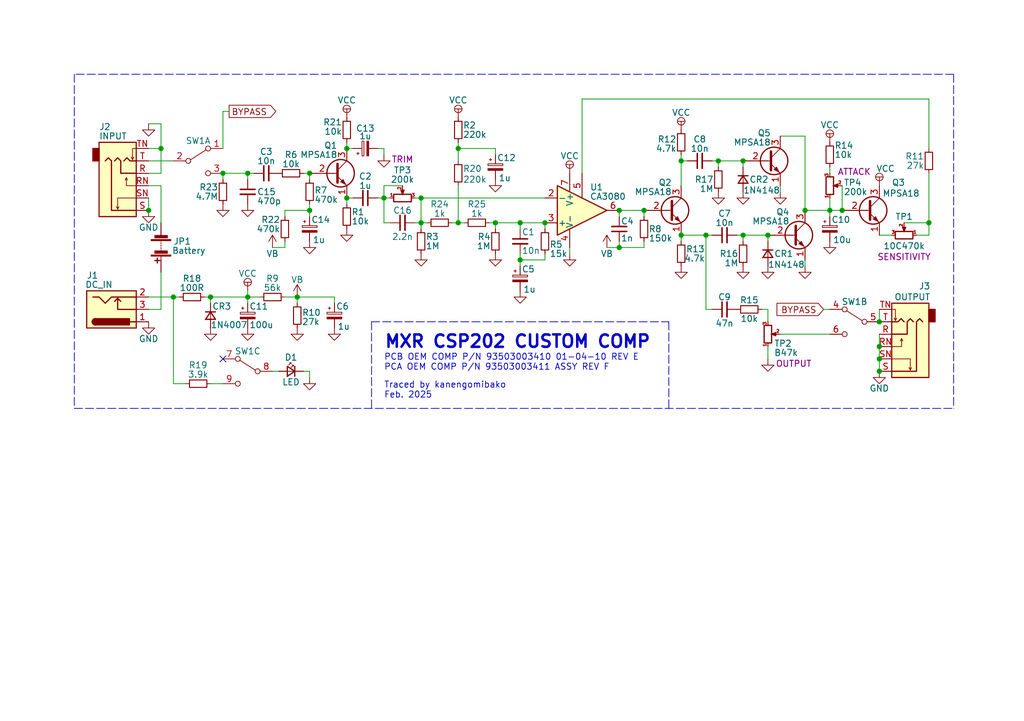
<source format=kicad_sch>
(kicad_sch (version 20241209) (generator "eeschema") (generator_version "9.0")
  (paper "A5")
  (lib_symbols
    (symbol "Amplifier_Operational:CA3080" (pin_names (offset 0.127))
      (property "Reference" "U1" (at 1.5875 4.7625 0))
      (property "Value" "CA3080" (at 1.5875 2.8575 0))
      (symbol "CA3080_0_1"
        (polyline (pts (xy 5.08 0) (xy -5.08 -5.08) (xy -5.08 5.08) (xy 5.08 0)) (stroke (width 0.254)) (fill (type background)))
      )
      (symbol "CA3080_1_1"
        (pin input line (at -7.62 2.54 0) (length 2.54) (name "-") (number "2"))
        (pin input line (at -7.62 -2.54 0) (length 2.54) (name "+") (number "3"))
        (pin power_in line (at -2.54 7.62 270) (length 3.81) (name "V+") (number "7"))
        (pin no_connect line (at -2.54 2.54 270) (length 2.54) (hide yes) (name "NC") (number "1"))
        (pin power_in line (at -2.54 -7.62 90) (length 3.81) (name "V-") (number "4"))
        (pin passive line (at 0 7.62 270) (length 5.08) (name "~") (number "5"))
        (pin no_connect line (at 0 2.54 270) (length 2.54) (hide yes) (name "NC") (number "8"))
        (pin output line (at 7.62 0 180) (length 2.54) (name "~") (number "6"))
      )
    )
    (symbol "AudioJack3_Switch_1"
      (property "Reference" "JK2" (at -5.3975 12.065 0))
      (property "Value" "AudioJack3_Switch_1" (at -5.3975 10.16 0))
      (symbol "AudioJack3_Switch_1_0_1"
        (rectangle (start -5.08 -5.08) (end -6.35 -7.62) (stroke (width 0.254)) (fill (type outline)))
        (polyline (pts (xy -1.905 -5.08) (xy -1.27 -5.715) (xy -0.635 -5.08) (xy -0.635 -2.54) (xy 2.54 -2.54)) (stroke (width 0.254)))
        (polyline (pts (xy -1.27 4.826) (xy -1.016 4.318)))
        (polyline (pts (xy 0 -5.08) (xy 0.635 -5.715) (xy 1.27 -5.08) (xy 2.54 -5.08)) (stroke (width 0.254)))
        (polyline (pts (xy 0.508 -1.651) (xy 0.254 -1.143)))
        (polyline (pts (xy 1.778 -5.334) (xy 2.032 -5.842)))
        (rectangle (start 2.54 6.35) (end -5.08 -8.89) (stroke (width 0.254)) (fill (type background)))
        (polyline (pts (xy 2.54 5.08) (xy -2.54 5.08) (xy -2.54 -5.08) (xy -3.175 -5.715) (xy -3.81 -5.08)) (stroke (width 0.254)))
        (polyline (pts (xy 2.54 2.54) (xy -1.27 2.54) (xy -1.27 4.826) (xy -1.524 4.318)))
        (polyline (pts (xy 2.54 0) (xy 0.508 0) (xy 0.508 -1.651) (xy 0.762 -1.143)))
        (polyline (pts (xy 2.54 -7.62) (xy 1.778 -7.62) (xy 1.778 -5.334) (xy 1.524 -5.842)))
      )
      (symbol "AudioJack3_Switch_1_1_1"
        (pin passive line (at 5.08 5.08 180) (length 2.54) (name "~") (number "S"))
        (pin passive line (at 5.08 2.54 180) (length 2.54) (name "~") (number "SN"))
        (pin passive line (at 5.08 0 180) (length 2.54) (name "~") (number "RN"))
        (pin passive line (at 5.08 -2.54 180) (length 2.54) (name "~") (number "R"))
        (pin passive line (at 5.08 -5.08 180) (length 2.54) (name "~") (number "T"))
        (pin passive line (at 5.08 -7.62 180) (length 2.54) (name "~") (number "TN"))
      )
    )
    (symbol "Connector:Barrel_Jack_Switch" (pin_names (hide yes))
      (property "Reference" "J" (at 0 5.334 0))
      (property "Value" "Barrel_Jack_Switch" (at 0 -5.08 0))
      (symbol "Barrel_Jack_Switch_0_1"
        (rectangle (start -5.08 3.81) (end 5.08 -3.81) (stroke (width 0.254)) (fill (type background)))
        (polyline (pts (xy -3.81 -2.54) (xy -2.54 -2.54) (xy -1.27 -1.27) (xy 0 -2.54) (xy 2.54 -2.54) (xy 5.08 -2.54)) (stroke (width 0.254)))
        (arc (start -3.302 1.905) (mid -3.9343 2.54) (end -3.302 3.175) (stroke (width 0.254)))
        (arc (start -3.302 1.905) (mid -3.9343 2.54) (end -3.302 3.175) (stroke (width 0.254)) (fill (type outline)))
        (polyline (pts (xy 1.27 -2.286) (xy 1.905 -1.651)) (stroke (width 0.254)))
        (rectangle (start 3.683 3.175) (end -3.302 1.905) (stroke (width 0.254)) (fill (type outline)))
        (polyline (pts (xy 5.08 2.54) (xy 3.81 2.54)) (stroke (width 0.254)))
        (polyline (pts (xy 5.08 0) (xy 1.27 0) (xy 1.27 -2.286) (xy 0.635 -1.651)) (stroke (width 0.254)))
      )
      (symbol "Barrel_Jack_Switch_1_1"
        (pin passive line (at 7.62 2.54 180) (length 2.54) (name "~") (number "1"))
        (pin passive line (at 7.62 0 180) (length 2.54) (name "~") (number "3"))
        (pin passive line (at 7.62 -2.54 180) (length 2.54) (name "~") (number "2"))
      )
    )
    (symbol "D_Small_1" (pin_numbers (hide yes)) (pin_names (offset 0.254) (hide yes))
      (property "Reference" "D" (at -1.27 2.032 0))
      (property "Value" "D_Small" (at -3.81 -2.032 0))
      (symbol "D_Small_1_0_1"
        (polyline (pts (xy -0.762 0) (xy 0.762 0)))
        (polyline (pts (xy -0.762 -1.016) (xy -0.762 1.016)) (stroke (width 0.254)))
        (polyline (pts (xy 0.762 -1.016) (xy -0.762 0) (xy 0.762 1.016) (xy 0.762 -1.016)) (stroke (width 0.254)))
      )
      (symbol "D_Small_1_1_1"
        (pin passive line (at -2.54 0 0) (length 1.778) (name "K") (number "1"))
        (pin passive line (at 2.54 0 180) (length 1.778) (name "A") (number "2"))
      )
    )
    (symbol "Device:Battery" (pin_numbers (hide yes)) (pin_names (offset 0) (hide yes))
      (property "Reference" "BT" (at 2.54 2.54 0))
      (property "Value" "Battery" (at 2.54 0 0))
      (symbol "Battery_0_1"
        (rectangle (start -2.032 1.778) (end 2.032 1.524) (fill (type outline)))
        (rectangle (start -2.032 -1.397) (end 2.032 -1.651) (fill (type outline)))
        (rectangle (start -1.3208 1.1938) (end 1.27 0.6858) (fill (type outline)))
        (rectangle (start -1.3208 -1.9812) (end 1.27 -2.4892) (fill (type outline)))
        (polyline (pts (xy 0 1.778) (xy 0 2.54)))
        (polyline (pts (xy 0 0.508) (xy 0 0.762)))
        (polyline (pts (xy 0 0) (xy 0 0.254)))
        (polyline (pts (xy 0 -0.508) (xy 0 -0.254)))
        (polyline (pts (xy 0 -1.016) (xy 0 -0.762)))
        (polyline (pts (xy 0 -1.524) (xy 0 -1.27)))
        (polyline (pts (xy 0.254 2.667) (xy 1.27 2.667)) (stroke (width 0.254)))
        (polyline (pts (xy 0.762 3.175) (xy 0.762 2.159)) (stroke (width 0.254)))
      )
      (symbol "Battery_1_1"
        (pin passive line (at 0 5.08 270) (length 2.54) (name "+") (number "1"))
        (pin passive line (at 0 -5.08 90) (length 2.54) (name "-") (number "2"))
      )
    )
    (symbol "Device:C_Polarized_Small" (pin_numbers (hide yes)) (pin_names (offset 0.254) (hide yes))
      (property "Reference" "C" (at 0.254 1.778 0))
      (property "Value" "C_Polarized_Small" (at 0.254 -2.032 0))
      (symbol "C_Polarized_Small_0_1"
        (rectangle (start -1.524 0.6858) (end 1.524 0.3048))
        (rectangle (start -1.524 -0.3048) (end 1.524 -0.6858) (fill (type outline)))
        (polyline (pts (xy -1.27 1.524) (xy -0.762 1.524)))
        (polyline (pts (xy -1.016 1.27) (xy -1.016 1.778)))
      )
      (symbol "C_Polarized_Small_1_1"
        (pin passive line (at 0 2.54 270) (length 1.8542) (name "~") (number "1"))
        (pin passive line (at 0 -2.54 90) (length 1.8542) (name "~") (number "2"))
      )
    )
    (symbol "Device:C_Small" (pin_numbers (hide yes)) (pin_names (offset 0.254) (hide yes))
      (property "Reference" "C" (at 0.254 1.778 0))
      (property "Value" "C_Small" (at 0.254 -2.032 0))
      (symbol "C_Small_0_1"
        (polyline (pts (xy -1.524 0.508) (xy 1.524 0.508)) (stroke (width 0.3048)))
        (polyline (pts (xy -1.524 -0.508) (xy 1.524 -0.508)) (stroke (width 0.3302)))
      )
      (symbol "C_Small_1_1"
        (pin passive line (at 0 2.54 270) (length 2.032) (name "~") (number "1"))
        (pin passive line (at 0 -2.54 90) (length 2.032) (name "~") (number "2"))
      )
    )
    (symbol "Device:LED_Small" (pin_numbers (hide yes)) (pin_names (offset 0.254) (hide yes))
      (property "Reference" "D" (at -1.27 3.175 0))
      (property "Value" "LED_Small" (at -4.445 -2.54 0))
      (symbol "LED_Small_0_1"
        (polyline (pts (xy -0.762 -1.016) (xy -0.762 1.016)) (stroke (width 0.254)))
        (polyline (pts (xy 0 0.762) (xy -0.508 1.27) (xy -0.254 1.27) (xy -0.508 1.27) (xy -0.508 1.016)))
        (polyline (pts (xy 0.508 1.27) (xy 0 1.778) (xy 0.254 1.778) (xy 0 1.778) (xy 0 1.524)))
        (polyline (pts (xy 0.762 -1.016) (xy -0.762 0) (xy 0.762 1.016) (xy 0.762 -1.016)) (stroke (width 0.254)))
        (polyline (pts (xy 1.016 0) (xy -0.762 0)))
      )
      (symbol "LED_Small_1_1"
        (pin passive line (at -2.54 0 0) (length 1.778) (name "K") (number "1"))
        (pin passive line (at 2.54 0 180) (length 1.778) (name "A") (number "2"))
      )
    )
    (symbol "Device:R_Potentiometer_Small" (pin_names (offset 1.016) (hide yes))
      (property "Reference" "RV" (at -4.445 0 90))
      (property "Value" "R_Potentiometer_Small" (at -2.54 0 90))
      (symbol "R_Potentiometer_Small_0_1"
        (rectangle (start 0.762 1.8034) (end -0.762 -1.8034) (stroke (width 0.254)))
        (polyline (pts (xy 0.889 0) (xy 0.635 0) (xy 1.651 0.381) (xy 1.651 -0.381) (xy 0.635 0) (xy 0.889 0)) (fill (type outline)))
      )
      (symbol "R_Potentiometer_Small_1_1"
        (pin passive line (at 0 2.54 270) (length 0.635) (name "1") (number "1"))
        (pin passive line (at 0 -2.54 90) (length 0.635) (name "3") (number "3"))
        (pin passive line (at 2.54 0 180) (length 0.9906) (name "2") (number "2"))
      )
    )
    (symbol "Device:R_Small" (pin_numbers (hide yes)) (pin_names (offset 0.254) (hide yes))
      (property "Reference" "R" (at 0.762 0.508 0))
      (property "Value" "R_Small" (at 0.762 -1.016 0))
      (symbol "R_Small_0_1"
        (rectangle (start -0.762 1.778) (end 0.762 -1.778) (stroke (width 0.2032)))
      )
      (symbol "R_Small_1_1"
        (pin passive line (at 0 2.54 270) (length 0.762) (name "~") (number "1"))
        (pin passive line (at 0 -2.54 90) (length 0.762) (name "~") (number "2"))
      )
    )
    (symbol "Transistor_BJT:MPSA42" (pin_names (offset 1.016) (hide yes))
      (property "Reference" "Q" (at 5.08 1.905 0))
      (property "Value" "MPSA42" (at 5.08 0 0))
      (symbol "MPSA42_0_1"
        (polyline (pts (xy 0 0) (xy 0.635 0)))
        (polyline (pts (xy 0.635 1.905) (xy 0.635 -1.905) (xy 0.635 -1.905)) (stroke (width 0.508)))
        (polyline (pts (xy 0.635 0.635) (xy 2.54 2.54)))
        (polyline (pts (xy 0.635 -0.635) (xy 2.54 -2.54) (xy 2.54 -2.54)))
        (circle (center 1.27 0) (radius 2.8194) (stroke (width 0.254)))
        (polyline (pts (xy 1.27 -1.778) (xy 1.778 -1.27) (xy 2.286 -2.286) (xy 1.27 -1.778) (xy 1.27 -1.778)) (fill (type outline)))
      )
      (symbol "MPSA42_1_1"
        (pin input line (at -5.08 0 0) (length 5.08) (name "B") (number "2"))
        (pin passive line (at 2.54 5.08 270) (length 2.54) (name "C") (number "3"))
        (pin passive line (at 2.54 -5.08 90) (length 2.54) (name "E") (number "1"))
      )
    )
    (symbol "myLib:SW_3PDT" (pin_names (offset 0) (hide yes))
      (property "Reference" "SW" (at 0 4.318 0))
      (property "Value" "SW_3PDT" (at 0 -5.08 0))
      (symbol "SW_3PDT_0_0"
        (circle (center -2.032 0) (radius 0.508))
        (circle (center 2.032 -2.54) (radius 0.508))
      )
      (symbol "SW_3PDT_0_1"
        (polyline (pts (xy -1.524 0.254) (xy 1.651 2.286)))
        (circle (center 2.032 2.54) (radius 0.508))
      )
      (symbol "SW_3PDT_1_1"
        (pin passive line (at -5.08 0 0) (length 2.54) (name "B") (number "2"))
        (pin passive line (at 5.08 2.54 180) (length 2.54) (name "A") (number "1"))
        (pin passive line (at 5.08 -2.54 180) (length 2.54) (name "C") (number "3"))
      )
      (symbol "SW_3PDT_2_1"
        (pin passive line (at -5.08 0 0) (length 2.54) (name "B") (number "5"))
        (pin passive line (at 5.08 2.54 180) (length 2.54) (name "A") (number "4"))
        (pin passive line (at 5.08 -2.54 180) (length 2.54) (name "C") (number "6"))
      )
      (symbol "SW_3PDT_3_1"
        (pin passive line (at -5.08 0 0) (length 2.54) (name "B") (number "8"))
        (pin passive line (at 5.08 2.54 180) (length 2.54) (name "A") (number "7"))
        (pin passive line (at 5.08 -2.54 180) (length 2.54) (name "C") (number "9"))
      )
    )
    (symbol "myLib:VB" (power) (pin_names (offset 0))
      (property "Value" "VB" (at 0 3.556 0))
      (symbol "VB_0_1"
        (polyline (pts (xy -0.762 1.27) (xy 0 2.54)))
        (polyline (pts (xy 0 2.54) (xy 0.762 1.27)))
        (polyline (pts (xy 0 0) (xy 0 2.54)))
      )
      (symbol "VB_1_1"
        (pin power_in line (at 0 0 90) (length 0) (hide yes) (name "VB") (number "1"))
      )
    )
    (symbol "myLib:VCC" (power) (pin_names (offset 0))
      (property "Value" "VCC" (at 0 3.556 0))
      (symbol "VCC_0_0"
        (polyline (pts (xy -0.762 1.778) (xy 0.762 1.778)))
        (circle (center 0 1.778) (radius 0.7725))
      )
      (symbol "VCC_0_1"
        (polyline (pts (xy 0 0) (xy 0 1.778)))
      )
      (symbol "VCC_1_1"
        (pin power_in line (at 0 0 90) (length 0) (hide yes) (name "VCC") (number "1"))
      )
    )
    (symbol "power:GND" (power) (pin_names (offset 0))
      (property "Value" "GND" (at 0 -3.81 0))
      (symbol "GND_0_1"
        (polyline (pts (xy 0 0) (xy 0 -1.27) (xy 1.27 -1.27) (xy 0 -2.54) (xy -1.27 -1.27) (xy 0 -1.27)))
      )
      (symbol "GND_1_1"
        (pin power_in line (at 0 0 270) (length 0) (hide yes) (name "GND") (number "1"))
      )
    )
  )
  (text "MXR CSP202 CUSTOM COMP" (at 78.74 71.755 0) (effects (font (size 2.54 2.54) (thickness 0.508) (bold yes)) (justify left bottom)))
  (text "Traced by kanengomibako\nFeb. 2025" (at 78.74 81.915 0) (effects (font (size 1.27 1.27)) (justify left bottom)))
  (text "PCB OEM COMP P/N 93503003410 01-04-10 REV E\nPCA OEM COMP P/N 93503003411 ASSY REV F" (at 78.74 76.2 0) (effects (font (size 1.27 1.27)) (justify left bottom)))
  (junction (at 45.72 35.56))
  (junction (at 180.34 66.04))
  (junction (at 180.34 73.66))
  (junction (at 170.18 43.18))
  (junction (at 93.98 30.48))
  (junction (at 147.32 33.02))
  (junction (at 63.5 43.18))
  (junction (at 180.34 71.12))
  (junction (at 71.12 30.48))
  (junction (at 71.12 40.64))
  (junction (at 157.48 48.26))
  (junction (at 132.08 43.18))
  (junction (at 127 50.8))
  (junction (at 152.4 33.02))
  (junction (at 78.74 40.64))
  (junction (at 165.1 43.18))
  (junction (at 86.36 40.64))
  (junction (at 144.78 48.26))
  (junction (at 60.96 60.96))
  (junction (at 93.98 45.72))
  (junction (at 33.02 30.48))
  (junction (at 86.36 45.72))
  (junction (at 152.4 48.26))
  (junction (at 139.7 48.26))
  (junction (at 101.6 45.72))
  (junction (at 190.5 45.72))
  (junction (at 63.5 35.56))
  (junction (at 180.34 76.2))
  (junction (at 127 43.18))
  (junction (at 172.72 43.18))
  (junction (at 111.76 45.72))
  (junction (at 50.8 60.96))
  (junction (at 35.56 60.96))
  (junction (at 50.8 35.56))
  (junction (at 43.18 60.96))
  (junction (at 106.68 45.72))
  (junction (at 139.7 33.02))
  (junction (at 30.48 43.18))
  (junction (at 106.68 53.34))
  (no_connect (at 45.72 73.66))
  (wire (pts (xy 85.09 40.64) (xy 86.36 40.64)))
  (wire (pts (xy 71.12 29.21) (xy 71.12 30.48)))
  (wire (pts (xy 78.74 38.1) (xy 78.74 40.64)))
  (wire (pts (xy 170.18 43.18) (xy 172.72 43.18)))
  (wire (pts (xy 127 50.8) (xy 132.08 50.8)))
  (wire (pts (xy 86.36 40.64) (xy 86.36 45.72)))
  (wire (pts (xy 58.42 43.18) (xy 58.42 44.45)))
  (wire (pts (xy 43.18 60.96) (xy 43.18 62.23)))
  (wire (pts (xy 152.4 33.02) (xy 152.4 34.29)))
  (wire (pts (xy 168.91 63.5) (xy 170.18 63.5)))
  (wire (pts (xy 45.72 22.86) (xy 45.72 30.48)))
  (wire (pts (xy 119.38 20.32) (xy 190.5 20.32)))
  (wire (pts (xy 157.48 63.5) (xy 157.48 66.04)))
  (wire (pts (xy 160.02 27.94) (xy 165.1 27.94)))
  (wire (pts (xy 78.74 45.72) (xy 80.01 45.72)))
  (wire (pts (xy 170.18 34.29) (xy 170.18 35.56)))
  (wire (pts (xy 165.1 53.34) (xy 165.1 54.61)))
  (wire (pts (xy 30.48 30.48) (xy 33.02 30.48)))
  (wire (pts (xy 77.47 30.48) (xy 78.74 30.48)))
  (wire (pts (xy 132.08 43.18) (xy 132.08 44.45)))
  (wire (pts (xy 57.15 76.2) (xy 55.88 76.2)))
  (wire (pts (xy 111.76 45.72) (xy 111.76 46.99)))
  (wire (pts (xy 132.08 49.53) (xy 132.08 50.8)))
  (polyline (pts (xy 137.16 66.04) (xy 137.16 83.82)) (stroke (width 0) (type dash)))
  (wire (pts (xy 180.34 63.5) (xy 180.34 66.04)))
  (wire (pts (xy 139.7 33.02) (xy 139.7 38.1)))
  (wire (pts (xy 45.72 35.56) (xy 45.72 36.83)))
  (wire (pts (xy 144.78 48.26) (xy 144.78 63.5)))
  (wire (pts (xy 93.98 30.48) (xy 101.6 30.48)))
  (wire (pts (xy 93.98 38.1) (xy 93.98 45.72)))
  (wire (pts (xy 147.32 33.02) (xy 147.32 34.29)))
  (wire (pts (xy 78.74 40.64) (xy 78.74 45.72)))
  (wire (pts (xy 144.78 63.5) (xy 146.05 63.5)))
  (polyline (pts (xy 195.58 15.24) (xy 15.24 15.24)) (stroke (width 0) (type dash)))
  (wire (pts (xy 106.68 45.72) (xy 111.76 45.72)))
  (wire (pts (xy 190.5 30.48) (xy 190.5 20.32)))
  (wire (pts (xy 60.96 60.96) (xy 68.58 60.96)))
  (wire (pts (xy 101.6 45.72) (xy 106.68 45.72)))
  (wire (pts (xy 35.56 78.74) (xy 38.1 78.74)))
  (wire (pts (xy 147.32 33.02) (xy 152.4 33.02)))
  (wire (pts (xy 146.05 33.02) (xy 147.32 33.02)))
  (wire (pts (xy 127 49.53) (xy 127 50.8)))
  (wire (pts (xy 165.1 27.94) (xy 165.1 43.18)))
  (wire (pts (xy 60.96 62.23) (xy 60.96 60.96)))
  (wire (pts (xy 30.48 60.96) (xy 35.56 60.96)))
  (wire (pts (xy 151.13 48.26) (xy 152.4 48.26)))
  (wire (pts (xy 35.56 60.96) (xy 35.56 78.74)))
  (polyline (pts (xy 195.58 15.24) (xy 195.58 83.82)) (stroke (width 0) (type dash)))
  (wire (pts (xy 82.55 38.1) (xy 78.74 38.1)))
  (wire (pts (xy 160.02 38.1) (xy 160.02 39.37)))
  (wire (pts (xy 58.42 43.18) (xy 63.5 43.18)))
  (wire (pts (xy 190.5 48.26) (xy 187.96 48.26)))
  (wire (pts (xy 119.38 20.32) (xy 119.38 35.56)))
  (wire (pts (xy 71.12 40.64) (xy 72.39 40.64)))
  (wire (pts (xy 185.42 45.72) (xy 190.5 45.72)))
  (wire (pts (xy 170.18 43.18) (xy 170.18 40.64)))
  (wire (pts (xy 41.91 60.96) (xy 43.18 60.96)))
  (wire (pts (xy 62.23 35.56) (xy 63.5 35.56)))
  (wire (pts (xy 93.98 45.72) (xy 95.25 45.72)))
  (wire (pts (xy 127 43.18) (xy 132.08 43.18)))
  (wire (pts (xy 52.07 35.56) (xy 50.8 35.56)))
  (wire (pts (xy 111.76 53.34) (xy 111.76 52.07)))
  (wire (pts (xy 33.02 35.56) (xy 33.02 30.48)))
  (wire (pts (xy 50.8 35.56) (xy 45.72 35.56)))
  (wire (pts (xy 93.98 29.21) (xy 93.98 30.48)))
  (wire (pts (xy 43.18 78.74) (xy 45.72 78.74)))
  (wire (pts (xy 152.4 48.26) (xy 157.48 48.26)))
  (polyline (pts (xy 15.24 83.82) (xy 195.58 83.82)) (stroke (width 0) (type dash)))
  (wire (pts (xy 124.46 50.8) (xy 127 50.8)))
  (wire (pts (xy 106.68 54.61) (xy 106.68 53.34)))
  (polyline (pts (xy 76.2 66.04) (xy 137.16 66.04)) (stroke (width 0) (type dash)))
  (polyline (pts (xy 76.2 66.04) (xy 76.2 83.82)) (stroke (width 0) (type dash)))
  (wire (pts (xy 106.68 45.72) (xy 106.68 46.99)))
  (wire (pts (xy 33.02 63.5) (xy 30.48 63.5)))
  (wire (pts (xy 33.02 55.88) (xy 33.02 63.5)))
  (wire (pts (xy 101.6 31.75) (xy 101.6 30.48)))
  (wire (pts (xy 30.48 25.4) (xy 33.02 25.4)))
  (wire (pts (xy 58.42 50.8) (xy 58.42 49.53)))
  (wire (pts (xy 58.42 60.96) (xy 60.96 60.96)))
  (wire (pts (xy 139.7 31.75) (xy 139.7 33.02)))
  (wire (pts (xy 35.56 60.96) (xy 36.83 60.96)))
  (wire (pts (xy 93.98 30.48) (xy 93.98 33.02)))
  (wire (pts (xy 50.8 59.69) (xy 50.8 60.96)))
  (wire (pts (xy 50.8 62.23) (xy 50.8 60.96)))
  (wire (pts (xy 86.36 45.72) (xy 86.36 46.99)))
  (wire (pts (xy 71.12 30.48) (xy 72.39 30.48)))
  (wire (pts (xy 165.1 43.18) (xy 170.18 43.18)))
  (wire (pts (xy 43.18 60.96) (xy 50.8 60.96)))
  (wire (pts (xy 58.42 50.8) (xy 55.88 50.8)))
  (wire (pts (xy 180.34 48.26) (xy 182.88 48.26)))
  (wire (pts (xy 180.34 73.66) (xy 180.34 76.2)))
  (wire (pts (xy 30.48 40.64) (xy 30.48 43.18)))
  (wire (pts (xy 156.21 63.5) (xy 157.48 63.5)))
  (wire (pts (xy 116.84 52.07) (xy 116.84 50.8)))
  (wire (pts (xy 30.48 38.1) (xy 33.02 38.1)))
  (wire (pts (xy 30.48 35.56) (xy 33.02 35.56)))
  (wire (pts (xy 170.18 43.18) (xy 170.18 44.45)))
  (wire (pts (xy 62.23 76.2) (xy 63.5 76.2)))
  (wire (pts (xy 157.48 48.26) (xy 157.48 49.53)))
  (wire (pts (xy 33.02 38.1) (xy 33.02 45.72)))
  (wire (pts (xy 152.4 48.26) (xy 152.4 49.53)))
  (wire (pts (xy 139.7 48.26) (xy 139.7 49.53)))
  (wire (pts (xy 106.68 53.34) (xy 106.68 52.07)))
  (wire (pts (xy 86.36 40.64) (xy 111.76 40.64)))
  (wire (pts (xy 30.48 33.02) (xy 35.56 33.02)))
  (polyline (pts (xy 15.24 15.24) (xy 15.24 83.82)) (stroke (width 0) (type dash)))
  (wire (pts (xy 78.74 30.48) (xy 78.74 31.75)))
  (wire (pts (xy 190.5 45.72) (xy 190.5 35.56)))
  (wire (pts (xy 63.5 41.91) (xy 63.5 43.18)))
  (wire (pts (xy 71.12 40.64) (xy 71.12 41.91)))
  (wire (pts (xy 157.48 73.66) (xy 157.48 71.12)))
  (wire (pts (xy 53.34 60.96) (xy 50.8 60.96)))
  (wire (pts (xy 190.5 45.72) (xy 190.5 48.26)))
  (wire (pts (xy 180.34 68.58) (xy 180.34 71.12)))
  (wire (pts (xy 101.6 45.72) (xy 101.6 46.99)))
  (wire (pts (xy 144.78 48.26) (xy 146.05 48.26)))
  (wire (pts (xy 139.7 48.26) (xy 144.78 48.26)))
  (wire (pts (xy 172.72 38.1) (xy 172.72 43.18)))
  (wire (pts (xy 63.5 35.56) (xy 63.5 36.83)))
  (wire (pts (xy 85.09 45.72) (xy 86.36 45.72)))
  (wire (pts (xy 160.02 68.58) (xy 170.18 68.58)))
  (wire (pts (xy 100.33 45.72) (xy 101.6 45.72)))
  (wire (pts (xy 127 44.45) (xy 127 43.18)))
  (wire (pts (xy 80.01 40.64) (xy 78.74 40.64)))
  (wire (pts (xy 139.7 33.02) (xy 140.97 33.02)))
  (wire (pts (xy 77.47 40.64) (xy 78.74 40.64)))
  (wire (pts (xy 50.8 35.56) (xy 50.8 36.83)))
  (wire (pts (xy 180.34 71.12) (xy 180.34 73.66)))
  (wire (pts (xy 68.58 62.23) (xy 68.58 60.96)))
  (wire (pts (xy 106.68 53.34) (xy 111.76 53.34)))
  (wire (pts (xy 33.02 25.4) (xy 33.02 30.48)))
  (wire (pts (xy 86.36 45.72) (xy 87.63 45.72)))
  (wire (pts (xy 63.5 76.2) (xy 63.5 77.47)))
  (wire (pts (xy 63.5 43.18) (xy 63.5 44.45)))
  (wire (pts (xy 46.99 22.86) (xy 45.72 22.86)))
  (wire (pts (xy 92.71 45.72) (xy 93.98 45.72)))
  (global_label "BYPASS" (shape output) (at 46.99 22.86 0) (property "Intersheetrefs" "${INTERSHEET_REFS}" (effects (hide yes))))
  (global_label "BYPASS" (shape input) (at 168.91 63.5 180) (property "Intersheetrefs" "${INTERSHEET_REFS}" (effects (hide yes))))
  (symbol (lib_id "myLib:SW_3PDT") (at 50.8 76.2 0) (mirror y) (unit 3)
    (property "Reference" "SW1" (at 50.8 72.0725 0))
    (property "Value" "SW_3PDT" (effects (hide yes)))
    (property "Footprint" "myFoot:my_sw_3pdt" (effects (hide yes)))
    (property "Description" "SW_3PDT" (effects (hide yes)))
  )
  (symbol (lib_id "power:GND") (at 86.36 52.07 0) (unit 1)
    (property "Reference" "#PWR07" (effects (hide yes)))
    (property "Value" "GND" (effects (hide yes)))
  )
  (symbol (lib_id "Device:R_Small") (at 45.72 39.37 0) (mirror x) (unit 1)
    (property "Reference" "R23" (at 44.7675 38.4175 0) (effects (justify right)))
    (property "Value" "4.7M" (at 44.7675 40.3225 0) (effects (justify right)))
    (property "Footprint" "Resistor_THT:R_Axial_DIN0207_L6.3mm_D2.5mm_P10.16mm_Horizontal" (effects (hide yes)))
  )
  (symbol (lib_id "Device:C_Small") (at 74.93 40.64 270) (mirror x) (unit 1)
    (property "Reference" "C2" (at 74.93 36.195 90))
    (property "Value" "1u" (at 74.93 38.1 90))
    (property "Footprint" "Capacitor_THT:C_Disc_D4.3mm_W1.9mm_P5.00mm" (effects (hide yes)))
  )
  (symbol (lib_id "Transistor_BJT:MPSA42") (at 177.8 43.18 0) (unit 1)
    (property "Reference" "Q3" (at 182.88 37.465 0) (effects (justify left)))
    (property "Value" "MPSA18" (at 180.975 39.6875 0) (effects (justify left)))
    (property "Footprint" "Package_TO_SOT_THT:TO-92_Wide" (effects (hide yes)))
  )
  (symbol (lib_id "Device:C_Small") (at 82.55 45.72 90) (unit 1)
    (property "Reference" "C16" (at 82.55 43.18 90))
    (property "Value" "2.2n" (at 82.55 48.5775 90))
    (property "Footprint" "Capacitor_THT:C_Disc_D4.3mm_W1.9mm_P5.00mm" (effects (hide yes)))
  )
  (symbol (lib_id "Device:LED_Small") (at 59.69 76.2 0) (mirror y) (unit 1)
    (property "Reference" "D1" (at 59.69 73.3425 0))
    (property "Value" "LED" (at 59.69 78.4225 0))
    (property "Footprint" "LED_THT:LED_D5.0mm" (effects (hide yes)))
  )
  (symbol (lib_id "Device:R_Small") (at 90.17 45.72 270) (unit 1)
    (property "Reference" "R24" (at 90.17 41.91 90))
    (property "Value" "1k" (at 90.17 43.815 90))
    (property "Footprint" "Resistor_THT:R_Axial_DIN0207_L6.3mm_D2.5mm_P10.16mm_Horizontal" (effects (hide yes)))
  )
  (symbol (lib_id "Transistor_BJT:MPSA42") (at 68.58 35.56 0) (unit 1)
    (property "Reference" "Q1" (at 69.215 29.845 0) (effects (justify right)))
    (property "Value" "MPSA18" (at 69.215 31.75 0) (effects (justify right)))
    (property "Footprint" "Package_TO_SOT_THT:TO-92_Wide" (effects (hide yes)))
  )
  (symbol (lib_id "Device:C_Small") (at 148.59 48.26 90) (unit 1)
    (property "Reference" "C7" (at 148.59 43.815 90))
    (property "Value" "10n" (at 148.59 45.72 90))
    (property "Footprint" "Capacitor_THT:C_Disc_D4.3mm_W1.9mm_P5.00mm" (effects (hide yes)))
  )
  (symbol (lib_id "power:GND") (at 43.18 67.31 0) (unit 1)
    (property "Reference" "#PWR037" (effects (hide yes)))
    (property "Value" "GND" (effects (hide yes)))
  )
  (symbol (lib_id "myLib:SW_3PDT") (at 175.26 66.04 0) (mirror y) (unit 2)
    (property "Reference" "SW1" (at 175.26 61.9125 0))
    (property "Value" "SW_3PDT" (effects (hide yes)))
    (property "Footprint" "myFoot:my_sw_3pdt" (effects (hide yes)))
    (property "Description" "SW_3PDT" (effects (hide yes)))
  )
  (symbol (lib_name "AudioJack3_Switch_1") (lib_id "Connector:AudioJack3_Switch") (at 185.42 71.12 180) (unit 1)
    (property "Reference" "J3" (at 190.8175 58.7375 0) (effects (justify left)))
    (property "Value" "OUTPUT" (at 190.8175 60.96 0) (effects (justify left)))
    (property "Footprint" "Connector_Audio:Jack_6.35mm_Neutrik_NMJ6HCD2_Horizontal" (effects (hide yes)))
  )
  (symbol (lib_id "Device:R_Small") (at 139.7 52.07 0) (mirror x) (unit 1)
    (property "Reference" "R13" (at 140.6525 51.1175 0) (effects (justify left)))
    (property "Value" "4.7k" (at 140.335 53.0225 0) (effects (justify left)))
    (property "Footprint" "Resistor_THT:R_Axial_DIN0207_L6.3mm_D2.5mm_P10.16mm_Horizontal" (effects (hide yes)))
  )
  (symbol (lib_id "Device:C_Polarized_Small") (at 106.68 57.15 0) (unit 1)
    (property "Reference" "C5" (at 106.9975 55.245 0) (effects (justify left)))
    (property "Value" "1u" (at 107.315 59.3725 0) (effects (justify left)))
    (property "Footprint" "Capacitor_THT:CP_Radial_D5.0mm_P2.00mm" (effects (hide yes)))
  )
  (symbol (lib_id "Device:R_Small") (at 60.96 64.77 0) (mirror x) (unit 1)
    (property "Reference" "R10" (at 61.9125 64.135 0) (effects (justify left)))
    (property "Value" "27k" (at 61.9125 66.04 0) (effects (justify left)))
    (property "Footprint" "Resistor_THT:R_Axial_DIN0207_L6.3mm_D2.5mm_P10.16mm_Horizontal" (effects (hide yes)))
  )
  (symbol (lib_id "power:GND") (at 170.18 49.53 0) (unit 1)
    (property "Reference" "#PWR026" (effects (hide yes)))
    (property "Value" "GND" (effects (hide yes)))
  )
  (symbol (lib_id "Device:C_Polarized_Small") (at 68.58 64.77 0) (unit 1)
    (property "Reference" "C6" (at 68.8975 62.865 0) (effects (justify left)))
    (property "Value" "1u" (at 69.215 66.9925 0) (effects (justify left)))
    (property "Footprint" "Capacitor_THT:CP_Radial_D5.0mm_P2.00mm" (effects (hide yes)))
  )
  (symbol (lib_id "power:GND") (at 45.72 41.91 0) (unit 1)
    (property "Reference" "#PWR035" (effects (hide yes)))
    (property "Value" "GND" (effects (hide yes)))
  )
  (symbol (lib_id "Device:R_Potentiometer_Small") (at 170.18 38.1 0) (mirror x) (unit 1)
    (property "Reference" "TP4" (at 173.0375 37.465 0) (effects (justify left)))
    (property "Value" "200k" (at 173.0375 39.37 0) (effects (justify left)))
    (property "Footprint" "Potentiometer_THT:Potentiometer_ACP_CA9-V10_Vertical_Hole" (effects (hide yes)))
    (property "NAME" "ATTACK" (at 171.7675 35.2425 0) (effects (justify left)))
  )
  (symbol (lib_id "Device:R_Small") (at 63.5 39.37 0) (mirror x) (unit 1)
    (property "Reference" "R7" (at 64.4525 39.0525 0) (effects (justify left)))
    (property "Value" "470k" (at 64.4525 40.9575 0) (effects (justify left)))
    (property "Footprint" "Resistor_THT:R_Axial_DIN0207_L6.3mm_D2.5mm_P10.16mm_Horizontal" (effects (hide yes)))
  )
  (symbol (lib_id "power:GND") (at 165.1 54.61 0) (unit 1)
    (property "Reference" "#PWR025" (effects (hide yes)))
    (property "Value" "GND" (effects (hide yes)))
  )
  (symbol (lib_id "Device:R_Small") (at 101.6 49.53 180) (unit 1)
    (property "Reference" "R4" (at 100.6475 48.5775 0) (effects (justify left)))
    (property "Value" "1M" (at 100.6475 50.4825 0) (effects (justify left)))
    (property "Footprint" "Resistor_THT:R_Axial_DIN0207_L6.3mm_D2.5mm_P10.16mm_Horizontal" (effects (hide yes)))
  )
  (symbol (lib_id "Device:R_Small") (at 97.79 45.72 270) (mirror x) (unit 1)
    (property "Reference" "R25" (at 97.79 41.91 90))
    (property "Value" "1k" (at 97.79 43.815 90))
    (property "Footprint" "Resistor_THT:R_Axial_DIN0207_L6.3mm_D2.5mm_P10.16mm_Horizontal" (effects (hide yes)))
  )
  (symbol (lib_id "power:GND") (at 139.7 54.61 0) (unit 1)
    (property "Reference" "#PWR028" (effects (hide yes)))
    (property "Value" "GND" (effects (hide yes)))
  )
  (symbol (lib_id "Transistor_BJT:MPSA42") (at 162.56 48.26 0) (unit 1)
    (property "Reference" "Q4" (at 161.925 43.4975 0) (effects (justify right)))
    (property "Value" "MPSA18" (at 161.925 45.4025 0) (effects (justify right)))
    (property "Footprint" "Package_TO_SOT_THT:TO-92_Wide" (effects (hide yes)))
  )
  (symbol (lib_name "D_Small_1") (lib_id "Device:D_Small") (at 157.48 52.07 270) (unit 1)
    (property "Reference" "CR1" (at 158.75 52.07 90) (effects (justify left)))
    (property "Value" "1N4148" (at 157.48 54.2925 90) (effects (justify left)))
    (property "Footprint" "Diode_THT:D_DO-35_SOD27_P10.16mm_Horizontal" (effects (hide yes)))
    (property "Description" "Diode, small symbol" (effects (hide yes)))
    (property "Sim.Device" "D" (effects (hide yes)))
    (property "Sim.Pins" "1=K 2=A" (effects (hide yes)))
  )
  (symbol (lib_id "Transistor_BJT:MPSA42") (at 157.48 33.02 0) (unit 1)
    (property "Reference" "Q5" (at 158.115 27.305 0) (effects (justify right)))
    (property "Value" "MPSA18" (at 158.115 29.21 0) (effects (justify right)))
    (property "Footprint" "Package_TO_SOT_THT:TO-92_Wide" (effects (hide yes)))
  )
  (symbol (lib_id "Device:C_Polarized_Small") (at 101.6 34.29 0) (unit 1)
    (property "Reference" "C12" (at 101.9175 32.385 0) (effects (justify left)))
    (property "Value" "1u" (at 102.235 36.5125 0) (effects (justify left)))
    (property "Footprint" "Capacitor_THT:CP_Radial_D5.0mm_P2.00mm" (effects (hide yes)))
  )
  (symbol (lib_id "Device:R_Small") (at 93.98 26.67 0) (mirror x) (unit 1)
    (property "Reference" "R2" (at 94.9325 25.7175 0) (effects (justify left)))
    (property "Value" "220k" (at 94.9325 27.6225 0) (effects (justify left)))
    (property "Footprint" "Resistor_THT:R_Axial_DIN0207_L6.3mm_D2.5mm_P10.16mm_Horizontal" (effects (hide yes)))
  )
  (symbol (lib_id "power:GND") (at 30.48 25.4 0) (unit 1)
    (property "Reference" "#PWR04" (effects (hide yes)))
    (property "Value" "GND" (effects (hide yes)))
  )
  (symbol (lib_id "power:GND") (at 68.58 67.31 0) (unit 1)
    (property "Reference" "#PWR032" (effects (hide yes)))
    (property "Value" "GND" (effects (hide yes)))
  )
  (symbol (lib_id "Device:R_Small") (at 86.36 49.53 0) (mirror x) (unit 1)
    (property "Reference" "R3" (at 87.3125 48.5775 0) (effects (justify left)))
    (property "Value" "1M" (at 87.3125 50.4825 0) (effects (justify left)))
    (property "Footprint" "Resistor_THT:R_Axial_DIN0207_L6.3mm_D2.5mm_P10.16mm_Horizontal" (effects (hide yes)))
  )
  (symbol (lib_id "Device:R_Small") (at 152.4 52.07 180) (unit 1)
    (property "Reference" "R16" (at 151.4475 52.07 0) (effects (justify left)))
    (property "Value" "1M" (at 151.4475 53.975 0) (effects (justify left)))
    (property "Footprint" "Resistor_THT:R_Axial_DIN0207_L6.3mm_D2.5mm_P10.16mm_Horizontal" (effects (hide yes)))
  )
  (symbol (lib_id "power:GND") (at 50.8 41.91 0) (unit 1)
    (property "Reference" "#PWR034" (effects (hide yes)))
    (property "Value" "GND" (effects (hide yes)))
  )
  (symbol (lib_id "power:GND") (at 78.74 31.75 0) (unit 1)
    (property "Reference" "#PWR06" (effects (hide yes)))
    (property "Value" "GND" (effects (hide yes)))
  )
  (symbol (lib_id "Device:R_Potentiometer_Small") (at 157.48 68.58 0) (mirror x) (unit 1)
    (property "Reference" "TP2" (at 158.75 70.485 0) (effects (justify left)))
    (property "Value" "B47k" (at 158.75 72.39 0) (effects (justify left)))
    (property "Footprint" "myFoot:my_pot_5mm" (effects (hide yes)))
    (property "NAME" "OUTPUT" (at 159.0675 74.6125 0) (effects (justify left)))
  )
  (symbol (lib_id "Device:R_Small") (at 147.32 36.83 180) (unit 1)
    (property "Reference" "R17" (at 146.3675 36.83 0) (effects (justify left)))
    (property "Value" "1M" (at 146.3675 38.735 0) (effects (justify left)))
    (property "Footprint" "Resistor_THT:R_Axial_DIN0207_L6.3mm_D2.5mm_P10.16mm_Horizontal" (effects (hide yes)))
  )
  (symbol (lib_id "Device:R_Potentiometer_Small") (at 82.55 40.64 90) (unit 1)
    (property "Reference" "TP3" (at 82.55 34.925 90))
    (property "Value" "200k" (at 82.55 36.83 90))
    (property "Footprint" "Potentiometer_THT:Potentiometer_ACP_CA9-V10_Vertical_Hole" (effects (hide yes)))
    (property "NAME" "TRIM" (at 82.55 32.7025 90))
  )
  (symbol (lib_id "power:GND") (at 180.34 76.2 0) (unit 1)
    (property "Reference" "#PWR016" (effects (hide yes)))
    (property "Value" "GND" (at 180.34 79.6925 0))
  )
  (symbol (lib_id "myLib:VB") (at 124.46 50.8 0) (unit 1)
    (property "Reference" "#PWR014" (effects (hide yes)))
    (property "Value" "VB" (at 124.46 52.07 0))
  )
  (symbol (lib_id "Device:C_Polarized_Small") (at 63.5 46.99 0) (unit 1)
    (property "Reference" "C14" (at 63.8175 45.085 0) (effects (justify left)))
    (property "Value" "1u" (at 64.135 49.2125 0) (effects (justify left)))
    (property "Footprint" "Capacitor_THT:CP_Radial_D5.0mm_P2.00mm" (effects (hide yes)))
  )
  (symbol (lib_id "Device:R_Small") (at 93.98 35.56 0) (mirror y) (unit 1)
    (property "Reference" "R20" (at 94.9325 34.6075 0) (effects (justify right)))
    (property "Value" "220k" (at 94.9325 36.83 0) (effects (justify right)))
    (property "Footprint" "Resistor_THT:R_Axial_DIN0207_L6.3mm_D2.5mm_P10.16mm_Horizontal" (effects (hide yes)))
  )
  (symbol (lib_id "myLib:VCC") (at 71.12 24.13 0) (unit 1)
    (property "Reference" "#PWR020" (effects (hide yes)))
    (property "Value" "VCC" (at 71.12 20.574 0))
  )
  (symbol (lib_id "Device:C_Small") (at 106.68 49.53 0) (unit 1)
    (property "Reference" "C1" (at 106.9975 47.625 0) (effects (justify left)))
    (property "Value" "10n" (at 106.9975 51.435 0) (effects (justify left)))
    (property "Footprint" "Capacitor_THT:C_Disc_D4.3mm_W1.9mm_P5.00mm" (effects (hide yes)))
  )
  (symbol (lib_id "power:GND") (at 157.48 73.66 0) (unit 1)
    (property "Reference" "#PWR023" (effects (hide yes)))
    (property "Value" "GND" (effects (hide yes)))
  )
  (symbol (lib_id "Device:R_Small") (at 40.64 78.74 90) (unit 1)
    (property "Reference" "R19" (at 40.64 74.93 90))
    (property "Value" "3.9k" (at 40.64 76.835 90))
    (property "Footprint" "Resistor_THT:R_Axial_DIN0207_L6.3mm_D2.5mm_P10.16mm_Horizontal" (effects (hide yes)))
  )
  (symbol (lib_id "Device:C_Polarized_Small") (at 170.18 46.99 0) (unit 1)
    (property "Reference" "C10" (at 170.4975 45.085 0) (effects (justify left)))
    (property "Value" "10u" (at 170.815 49.2125 0) (effects (justify left)))
    (property "Footprint" "Capacitor_THT:CP_Radial_D5.0mm_P2.00mm" (effects (hide yes)))
  )
  (symbol (lib_id "Device:R_Small") (at 139.7 29.21 180) (unit 1)
    (property "Reference" "R12" (at 138.7475 28.575 0) (effects (justify left)))
    (property "Value" "4.7k" (at 138.7475 30.48 0) (effects (justify left)))
    (property "Footprint" "Resistor_THT:R_Axial_DIN0207_L6.3mm_D2.5mm_P10.16mm_Horizontal" (effects (hide yes)))
  )
  (symbol (lib_id "power:GND") (at 30.48 66.04 0) (unit 1)
    (property "Reference" "#PWR01" (effects (hide yes)))
    (property "Value" "GND" (at 30.48 69.5325 0))
  )
  (symbol (lib_id "Connector:Barrel_Jack_Switch") (at 22.86 63.5 0) (mirror x) (unit 1)
    (property "Reference" "J1" (at 17.78 56.515 0) (effects (justify left)))
    (property "Value" "DC_IN" (at 17.4625 58.42 0) (effects (justify left)))
    (property "Footprint" "myFoot:my_DC_Jack" (effects (hide yes)))
  )
  (symbol (lib_id "Device:R_Small") (at 55.88 60.96 270) (mirror x) (unit 1)
    (property "Reference" "R9" (at 55.88 57.15 90))
    (property "Value" "56k" (at 55.88 59.055 90))
    (property "Footprint" "Resistor_THT:R_Axial_DIN0207_L6.3mm_D2.5mm_P10.16mm_Horizontal" (effects (hide yes)))
  )
  (symbol (lib_id "Device:R_Small") (at 39.37 60.96 270) (mirror x) (unit 1)
    (property "Reference" "R18" (at 39.37 57.15 90))
    (property "Value" "100R" (at 39.37 59.055 90))
    (property "Footprint" "Resistor_THT:R_Axial_DIN0207_L6.3mm_D2.5mm_P10.16mm_Horizontal" (effects (hide yes)))
  )
  (symbol (lib_id "power:GND") (at 152.4 54.61 0) (unit 1)
    (property "Reference" "#PWR029" (effects (hide yes)))
    (property "Value" "GND" (effects (hide yes)))
  )
  (symbol (lib_id "Device:R_Small") (at 71.12 26.67 180) (unit 1)
    (property "Reference" "R21" (at 70.1675 25.0825 0) (effects (justify left)))
    (property "Value" "10k" (at 70.1675 26.9875 0) (effects (justify left)))
    (property "Footprint" "Resistor_THT:R_Axial_DIN0207_L6.3mm_D2.5mm_P10.16mm_Horizontal" (effects (hide yes)))
  )
  (symbol (lib_id "Device:R_Small") (at 59.69 35.56 270) (mirror x) (unit 1)
    (property "Reference" "R6" (at 59.69 31.75 90))
    (property "Value" "10k" (at 59.69 33.655 90))
    (property "Footprint" "Resistor_THT:R_Axial_DIN0207_L6.3mm_D2.5mm_P10.16mm_Horizontal" (effects (hide yes)))
  )
  (symbol (lib_id "power:GND") (at 101.6 52.07 0) (unit 1)
    (property "Reference" "#PWR011" (effects (hide yes)))
    (property "Value" "GND" (effects (hide yes)))
  )
  (symbol (lib_id "power:GND") (at 160.02 39.37 0) (unit 1)
    (property "Reference" "#PWR024" (effects (hide yes)))
    (property "Value" "GND" (effects (hide yes)))
  )
  (symbol (lib_name "D_Small_1") (lib_id "Device:D_Small") (at 152.4 36.83 270) (unit 1)
    (property "Reference" "CR2" (at 153.67 36.83 90) (effects (justify left)))
    (property "Value" "1N4148" (at 152.4 39.0525 90) (effects (justify left)))
    (property "Footprint" "Diode_THT:D_DO-35_SOD27_P10.16mm_Horizontal" (effects (hide yes)))
    (property "Description" "Diode, small symbol" (effects (hide yes)))
    (property "Sim.Device" "D" (effects (hide yes)))
    (property "Sim.Pins" "1=K 2=A" (effects (hide yes)))
  )
  (symbol (lib_id "Device:C_Polarized_Small") (at 50.8 64.77 0) (unit 1)
    (property "Reference" "C11" (at 51.1175 62.865 0) (effects (justify left)))
    (property "Value" "100u" (at 51.1175 66.675 0) (effects (justify left)))
    (property "Footprint" "Capacitor_THT:CP_Radial_D5.0mm_P2.50mm" (effects (hide yes)))
  )
  (symbol (lib_id "power:GND") (at 147.32 39.37 0) (unit 1)
    (property "Reference" "#PWR021" (effects (hide yes)))
    (property "Value" "GND" (effects (hide yes)))
  )
  (symbol (lib_id "power:GND") (at 63.5 77.47 0) (unit 1)
    (property "Reference" "#PWR036" (effects (hide yes)))
    (property "Value" "GND" (effects (hide yes)))
  )
  (symbol (lib_id "myLib:VB") (at 60.96 60.96 0) (unit 1)
    (property "Reference" "#PWR015" (effects (hide yes)))
    (property "Value" "VB" (at 60.96 57.404 0))
  )
  (symbol (lib_id "Device:C_Small") (at 50.8 39.37 0) (unit 1)
    (property "Reference" "C15" (at 52.705 39.37 0) (effects (justify left)))
    (property "Value" "470p" (at 52.705 41.275 0) (effects (justify left)))
    (property "Footprint" "Capacitor_THT:C_Disc_D4.3mm_W1.9mm_P5.00mm" (effects (hide yes)))
  )
  (symbol (lib_id "myLib:VB") (at 55.88 50.8 0) (unit 1)
    (property "Reference" "#PWR033" (effects (hide yes)))
    (property "Value" "VB" (at 55.88 52.07 0))
  )
  (symbol (lib_id "Device:R_Small") (at 190.5 33.02 180) (unit 1)
    (property "Reference" "R11" (at 189.5475 32.0675 0) (effects (justify left)))
    (property "Value" "27k" (at 189.5475 33.9725 0) (effects (justify left)))
    (property "Footprint" "Resistor_THT:R_Axial_DIN0207_L6.3mm_D2.5mm_P10.16mm_Horizontal" (effects (hide yes)))
  )
  (symbol (lib_id "Device:C_Polarized_Small") (at 74.93 30.48 90) (unit 1)
    (property "Reference" "C13" (at 74.93 26.3525 90))
    (property "Value" "1u" (at 74.93 27.94 90))
    (property "Footprint" "Capacitor_THT:CP_Radial_D4.0mm_P2.00mm" (effects (hide yes)))
  )
  (symbol (lib_id "Device:R_Small") (at 71.12 44.45 0) (mirror x) (unit 1)
    (property "Reference" "R1" (at 72.0725 43.4975 0) (effects (justify left)))
    (property "Value" "10k" (at 72.0725 45.4025 0) (effects (justify left)))
    (property "Footprint" "Resistor_THT:R_Axial_DIN0207_L6.3mm_D2.5mm_P10.16mm_Horizontal" (effects (hide yes)))
  )
  (symbol (lib_id "power:GND") (at 30.48 43.18 0) (unit 1)
    (property "Reference" "#PWR038" (effects (hide yes)))
    (property "Value" "GND" (at 30.48 46.6725 0))
  )
  (symbol (lib_id "Device:R_Small") (at 111.76 49.53 0) (mirror x) (unit 1)
    (property "Reference" "R5" (at 112.7125 50.165 0) (effects (justify left)))
    (property "Value" "15k" (at 112.7125 52.07 0) (effects (justify left)))
    (property "Footprint" "Resistor_THT:R_Axial_DIN0207_L6.3mm_D2.5mm_P10.16mm_Horizontal" (effects (hide yes)))
  )
  (symbol (lib_id "Device:C_Small") (at 143.51 33.02 90) (unit 1)
    (property "Reference" "C8" (at 143.51 28.575 90))
    (property "Value" "10n" (at 143.51 30.48 90))
    (property "Footprint" "Capacitor_THT:C_Disc_D4.3mm_W1.9mm_P5.00mm" (effects (hide yes)))
  )
  (symbol (lib_id "Device:C_Small") (at 148.59 63.5 90) (unit 1)
    (property "Reference" "C9" (at 148.59 60.96 90))
    (property "Value" "47n" (at 148.59 66.3575 90))
    (property "Footprint" "Capacitor_THT:C_Disc_D4.3mm_W1.9mm_P5.00mm" (effects (hide yes)))
  )
  (symbol (lib_id "Device:R_Small") (at 58.42 46.99 0) (mirror y) (unit 1)
    (property "Reference" "R22" (at 57.4675 45.085 0) (effects (justify left)))
    (property "Value" "470k" (at 57.4675 46.99 0) (effects (justify left)))
    (property "Footprint" "Resistor_THT:R_Axial_DIN0207_L6.3mm_D2.5mm_P10.16mm_Horizontal" (effects (hide yes)))
  )
  (symbol (lib_id "myLib:VCC") (at 139.7 26.67 0) (unit 1)
    (property "Reference" "#PWR019" (effects (hide yes)))
    (property "Value" "VCC" (at 139.7 23.114 0))
  )
  (symbol (lib_id "myLib:VCC") (at 116.84 35.56 0) (unit 1)
    (property "Reference" "#PWR09" (effects (hide yes)))
    (property "Value" "VCC" (at 116.84 32.004 0))
  )
  (symbol (lib_id "power:GND") (at 60.96 67.31 0) (unit 1)
    (property "Reference" "#PWR013" (effects (hide yes)))
    (property "Value" "GND" (effects (hide yes)))
  )
  (symbol (lib_id "power:GND") (at 50.8 67.31 0) (unit 1)
    (property "Reference" "#PWR02" (effects (hide yes)))
    (property "Value" "GND" (effects (hide yes)))
  )
  (symbol (lib_id "myLib:VCC") (at 180.34 38.1 0) (unit 1)
    (property "Reference" "#PWR027" (effects (hide yes)))
    (property "Value" "VCC" (at 181.61 34.6075 0))
  )
  (symbol (lib_id "power:GND") (at 101.6 36.83 0) (unit 1)
    (property "Reference" "#PWR010" (effects (hide yes)))
    (property "Value" "GND" (effects (hide yes)))
  )
  (symbol (lib_name "D_Small_1") (lib_id "Device:D_Small") (at 43.18 64.77 270) (unit 1)
    (property "Reference" "CR3" (at 43.4975 62.865 90) (effects (justify left)))
    (property "Value" "1N4007" (at 43.18 66.675 90) (effects (justify left)))
    (property "Footprint" "Diode_THT:D_DO-35_SOD27_P10.16mm_Horizontal" (effects (hide yes)))
    (property "Description" "Diode, small symbol" (effects (hide yes)))
    (property "Sim.Device" "D" (effects (hide yes)))
    (property "Sim.Pins" "1=K 2=A" (effects (hide yes)))
  )
  (symbol (lib_id "Amplifier_Operational:CA3080") (at 119.38 43.18 0) (unit 1)
    (property "Reference" "U1" (at 120.9675 38.4175 0) (effects (justify left)))
    (property "Value" "CA3080" (at 120.9675 40.3225 0) (effects (justify left)))
    (property "Footprint" "Package_DIP:DIP-8_W7.62mm" (effects (hide yes)))
  )
  (symbol (lib_id "myLib:VCC") (at 93.98 24.13 0) (unit 1)
    (property "Reference" "#PWR08" (effects (hide yes)))
    (property "Value" "VCC" (at 93.98 20.574 0))
  )
  (symbol (lib_id "Transistor_BJT:MPSA42") (at 137.16 43.18 0) (unit 1)
    (property "Reference" "Q2" (at 137.795 37.465 0) (effects (justify right)))
    (property "Value" "MPSA18" (at 137.795 39.37 0) (effects (justify right)))
    (property "Footprint" "Package_TO_SOT_THT:TO-92_Wide" (effects (hide yes)))
  )
  (symbol (lib_id "Device:R_Small") (at 170.18 31.75 0) (unit 1)
    (property "Reference" "R14" (at 171.1325 29.845 0) (effects (justify left)))
    (property "Value" "10k" (at 171.1325 31.75 0) (effects (justify left)))
    (property "Footprint" "Resistor_THT:R_Axial_DIN0207_L6.3mm_D2.5mm_P10.16mm_Horizontal" (effects (hide yes)))
  )
  (symbol (lib_id "Device:R_Small") (at 153.67 63.5 90) (unit 1)
    (property "Reference" "R15" (at 153.67 61.595 90))
    (property "Value" "10k" (at 153.67 65.405 90))
    (property "Footprint" "Resistor_THT:R_Axial_DIN0207_L6.3mm_D2.5mm_P10.16mm_Horizontal" (effects (hide yes)))
  )
  (symbol (lib_id "power:GND") (at 63.5 49.53 0) (unit 1)
    (property "Reference" "#PWR031" (effects (hide yes)))
    (property "Value" "GND" (effects (hide yes)))
  )
  (symbol (lib_id "power:GND") (at 116.84 52.07 0) (unit 1)
    (property "Reference" "#PWR018" (effects (hide yes)))
    (property "Value" "GND" (effects (hide yes)))
  )
  (symbol (lib_id "myLib:SW_3PDT") (at 40.64 33.02 0) (unit 1)
    (property "Reference" "SW1" (at 40.64 28.8925 0))
    (property "Value" "SW_3PDT" (effects (hide yes)))
    (property "Footprint" "myFoot:my_sw_3pdt" (effects (hide yes)))
    (property "Description" "SW_3PDT" (effects (hide yes)))
  )
  (symbol (lib_id "power:GND") (at 157.48 54.61 0) (unit 1)
    (property "Reference" "#PWR030" (effects (hide yes)))
    (property "Value" "GND" (effects (hide yes)))
  )
  (symbol (lib_id "Device:Battery") (at 33.02 50.8 180) (unit 1)
    (property "Reference" "JP1" (at 35.56 49.53 0) (effects (justify right)))
    (property "Value" "Battery" (at 35.2425 51.435 0) (effects (justify right)))
    (property "Footprint" "myFoot:my_conn" (effects (hide yes)))
  )
  (symbol (lib_id "Device:R_Small") (at 132.08 46.99 0) (mirror x) (unit 1)
    (property "Reference" "R8" (at 133.0325 46.99 0) (effects (justify left)))
    (property "Value" "150k" (at 133.0325 48.895 0) (effects (justify left)))
    (property "Footprint" "Resistor_THT:R_Axial_DIN0207_L6.3mm_D2.5mm_P10.16mm_Horizontal" (effects (hide yes)))
  )
  (symbol (lib_name "AudioJack3_Switch_1") (lib_id "Connector:AudioJack3_Switch") (at 25.4 38.1 0) (mirror x) (unit 1)
    (property "Reference" "J2" (at 20.32 26.035 0) (effects (justify left)))
    (property "Value" "INPUT" (at 20.32 27.94 0) (effects (justify left)))
    (property "Footprint" "Connector_Audio:Jack_6.35mm_Neutrik_NMJ6HCD2_Horizontal" (effects (hide yes)))
  )
  (symbol (lib_id "myLib:VCC") (at 170.18 29.21 0) (unit 1)
    (property "Reference" "#PWR017" (effects (hide yes)))
    (property "Value" "VCC" (at 170.18 25.654 0))
  )
  (symbol (lib_id "myLib:VCC") (at 50.8 59.69 0) (unit 1)
    (property "Reference" "#PWR03" (effects (hide yes)))
    (property "Value" "VCC" (at 50.8 56.134 0))
  )
  (symbol (lib_id "power:GND") (at 106.68 59.69 0) (unit 1)
    (property "Reference" "#PWR012" (effects (hide yes)))
    (property "Value" "GND" (effects (hide yes)))
  )
  (symbol (lib_id "power:GND") (at 152.4 39.37 0) (unit 1)
    (property "Reference" "#PWR022" (effects (hide yes)))
    (property "Value" "GND" (effects (hide yes)))
  )
  (symbol (lib_id "Device:C_Small") (at 127 46.99 180) (unit 1)
    (property "Reference" "C4" (at 127.3175 45.4025 0) (effects (justify right)))
    (property "Value" "1n" (at 127.3175 48.895 0) (effects (justify right)))
    (property "Footprint" "Capacitor_THT:C_Disc_D4.3mm_W1.9mm_P5.00mm" (effects (hide yes)))
  )
  (symbol (lib_id "Device:C_Small") (at 54.61 35.56 90) (unit 1)
    (property "Reference" "C3" (at 54.61 31.115 90))
    (property "Value" "10n" (at 54.61 33.02 90))
    (property "Footprint" "Capacitor_THT:C_Disc_D4.3mm_W1.9mm_P5.00mm" (effects (hide yes)))
  )
  (symbol (lib_id "Device:R_Potentiometer_Small") (at 185.42 48.26 270) (mirror x) (unit 1)
    (property "Reference" "TP1" (at 185.42 44.45 90))
    (property "Value" "10C470k" (at 185.42 50.4825 90))
    (property "Footprint" "myFoot:my_pot_5mm" (effects (hide yes)))
    (property "NAME" "SENSITIVITY" (at 185.42 52.705 90))
  )
  (symbol (lib_id "power:GND") (at 71.12 46.99 0) (unit 1)
    (property "Reference" "#PWR05" (effects (hide yes)))
    (property "Value" "GND" (effects (hide yes)))
  )
)
</source>
